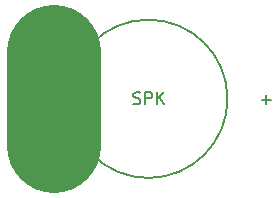
<source format=gto>
%TF.GenerationSoftware,KiCad,Pcbnew,4.0.5-e0-6337~49~ubuntu16.04.1*%
%TF.CreationDate,2017-01-18T23:04:43-08:00*%
%TF.ProjectId,2x3-Speaker-TH-5mm-Pitch,3278332D537065616B65722D54482D35,1.0*%
%TF.FileFunction,Legend,Top*%
%FSLAX46Y46*%
G04 Gerber Fmt 4.6, Leading zero omitted, Abs format (unit mm)*
G04 Created by KiCad (PCBNEW 4.0.5-e0-6337~49~ubuntu16.04.1) date Wed Jan 18 23:04:43 2017*
%MOMM*%
%LPD*%
G01*
G04 APERTURE LIST*
%ADD10C,0.350000*%
%ADD11C,0.152400*%
%ADD12C,8.000000*%
%ADD13C,0.150000*%
G04 APERTURE END LIST*
D10*
D11*
X136783355Y-98643198D02*
X136928498Y-98691579D01*
X137170402Y-98691579D01*
X137267164Y-98643198D01*
X137315545Y-98594817D01*
X137363926Y-98498055D01*
X137363926Y-98401293D01*
X137315545Y-98304531D01*
X137267164Y-98256150D01*
X137170402Y-98207770D01*
X136976879Y-98159389D01*
X136880117Y-98111008D01*
X136831736Y-98062627D01*
X136783355Y-97965865D01*
X136783355Y-97869103D01*
X136831736Y-97772341D01*
X136880117Y-97723960D01*
X136976879Y-97675579D01*
X137218783Y-97675579D01*
X137363926Y-97723960D01*
X137799355Y-98691579D02*
X137799355Y-97675579D01*
X138186402Y-97675579D01*
X138283164Y-97723960D01*
X138331545Y-97772341D01*
X138379926Y-97869103D01*
X138379926Y-98014246D01*
X138331545Y-98111008D01*
X138283164Y-98159389D01*
X138186402Y-98207770D01*
X137799355Y-98207770D01*
X138815355Y-98691579D02*
X138815355Y-97675579D01*
X139395926Y-98691579D02*
X138960498Y-98111008D01*
X139395926Y-97675579D02*
X138815355Y-98256150D01*
D12*
X130050000Y-94235000D02*
X130050000Y-102235000D01*
D13*
X144750000Y-98235000D02*
G75*
G03X144750000Y-98235000I-6700000J0D01*
G01*
X127669048Y-98306429D02*
X128430953Y-98306429D01*
X147669048Y-98306429D02*
X148430953Y-98306429D01*
X148050001Y-98687381D02*
X148050001Y-97925476D01*
M02*

</source>
